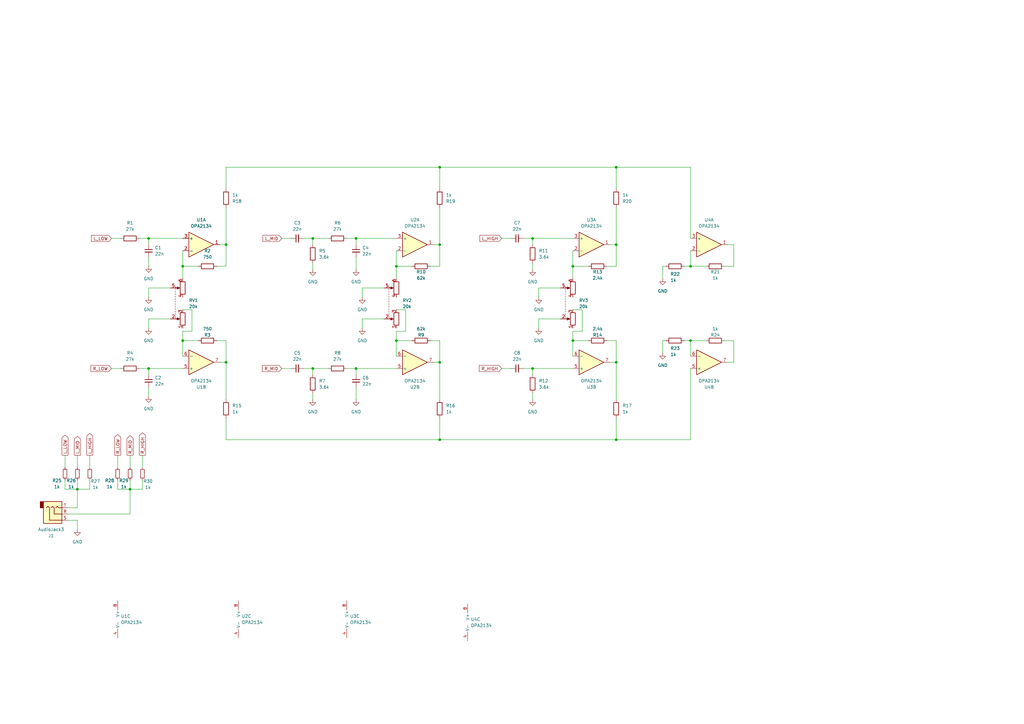
<source format=kicad_sch>
(kicad_sch (version 20231120) (generator "eeschema") (generator_version "8.0")
  (paper "A3")
  (lib_symbols
    (symbol "Amplifier_Operational:OPA2134" (pin_names (offset 0.127))
      (property "Reference" "U" (at 0 5.08 0))
      (property "Value" "OPA2134" (at 0 -5.08 0))
      (symbol "OPA2134_1_1"
        (polyline (pts (xy -5.08 5.08) (xy 5.08 0) (xy -5.08 -5.08) (xy -5.08 5.08)) (stroke (width 0.254)) (fill (type background)))
        (pin output line (at 7.62 0 180) (length 2.54) (name "~") (number "1"))
        (pin input line (at -7.62 -2.54 0) (length 2.54) (name "-") (number "2"))
        (pin input line (at -7.62 2.54 0) (length 2.54) (name "+") (number "3"))
      )
      (symbol "OPA2134_2_1"
        (polyline (pts (xy -5.08 5.08) (xy 5.08 0) (xy -5.08 -5.08) (xy -5.08 5.08)) (stroke (width 0.254)) (fill (type background)))
        (pin input line (at -7.62 2.54 0) (length 2.54) (name "+") (number "5"))
        (pin input line (at -7.62 -2.54 0) (length 2.54) (name "-") (number "6"))
        (pin output line (at 7.62 0 180) (length 2.54) (name "~") (number "7"))
      )
      (symbol "OPA2134_3_1"
        (pin power_in line (at -2.54 -7.62 90) (length 3.81) (name "V-") (number "4"))
        (pin power_in line (at -2.54 7.62 270) (length 3.81) (name "V+") (number "8"))
      )
    )
    (symbol "Connector_Audio:AudioJack3"
      (property "Reference" "J" (at 0 8.89 0))
      (property "Value" "AudioJack3" (at 0 6.35 0))
      (symbol "AudioJack3_0_1"
        (rectangle (start -5.08 -5.08) (end -6.35 -2.54) (stroke (width 0.254)) (fill (type outline)))
        (polyline (pts (xy 0 -2.54) (xy 0.635 -3.175) (xy 1.27 -2.54) (xy 2.54 -2.54)) (stroke (width 0.254)))
        (polyline (pts (xy -1.905 -2.54) (xy -1.27 -3.175) (xy -0.635 -2.54) (xy -0.635 0) (xy 2.54 0)) (stroke (width 0.254)))
        (polyline (pts (xy 2.54 2.54) (xy -2.54 2.54) (xy -2.54 -2.54) (xy -3.175 -3.175) (xy -3.81 -2.54)) (stroke (width 0.254)))
        (rectangle (start 2.54 3.81) (end -5.08 -5.08) (stroke (width 0.254)) (fill (type background)))
      )
      (symbol "AudioJack3_1_1"
        (pin passive line (at 5.08 0 180) (length 2.54) (name "~") (number "R"))
        (pin passive line (at 5.08 2.54 180) (length 2.54) (name "~") (number "S"))
        (pin passive line (at 5.08 -2.54 180) (length 2.54) (name "~") (number "T"))
      )
    )
    (symbol "Device:C_Small" (pin_numbers hide) (pin_names (offset 0.254) hide)
      (property "Reference" "C" (at 0.254 1.778 0))
      (property "Value" "C_Small" (at 0.254 -2.032 0))
      (symbol "C_Small_0_1"
        (polyline (pts (xy -1.524 -0.508) (xy 1.524 -0.508)) (stroke (width 0.3302)))
        (polyline (pts (xy -1.524 0.508) (xy 1.524 0.508)) (stroke (width 0.3048)))
      )
      (symbol "C_Small_1_1"
        (pin passive line (at 0 2.54 270) (length 2.032) (name "~") (number "1"))
        (pin passive line (at 0 -2.54 90) (length 2.032) (name "~") (number "2"))
      )
    )
    (symbol "Device:R" (pin_numbers hide) (pin_names (offset 0))
      (property "Reference" "R" (at 2.032 0 90))
      (property "Value" "R" (at 0 0 90))
      (symbol "R_0_1"
        (rectangle (start -1.016 -2.54) (end 1.016 2.54) (stroke (width 0.254)))
      )
      (symbol "R_1_1"
        (pin passive line (at 0 3.81 270) (length 1.27) (name "~") (number "1"))
        (pin passive line (at 0 -3.81 90) (length 1.27) (name "~") (number "2"))
      )
    )
    (symbol "Device:R_Potentiometer_Dual" (pin_names (offset 1.016) hide)
      (property "Reference" "RV" (at 0 3.81 0))
      (property "Value" "R_Potentiometer_Dual" (at 0 1.905 0))
      (symbol "R_Potentiometer_Dual_0_1"
        (rectangle (start -8.89 -1.524) (end -3.81 -3.556) (stroke (width 0.254)))
        (polyline (pts (xy -6.35 0) (xy -6.35 -1.016)))
        (polyline (pts (xy -6.35 0) (xy -6.35 -1.016)))
        (polyline (pts (xy -6.35 0) (xy -5.842 0.508)))
        (polyline (pts (xy -5.588 0.508) (xy -5.08 0.508)))
        (polyline (pts (xy -4.572 0.508) (xy -4.064 0.508)))
        (polyline (pts (xy -3.556 0.508) (xy -3.048 0.508)))
        (polyline (pts (xy -2.54 0.508) (xy -2.032 0.508)))
        (polyline (pts (xy -1.524 0.508) (xy -1.016 0.508)))
        (polyline (pts (xy -0.508 0.508) (xy 0 0.508)))
        (polyline (pts (xy 0.508 0.508) (xy 1.016 0.508)))
        (polyline (pts (xy 1.524 0.508) (xy 2.032 0.508)))
        (polyline (pts (xy 2.54 0.508) (xy 3.048 0.508)))
        (polyline (pts (xy 3.556 0.508) (xy 4.064 0.508)))
        (polyline (pts (xy 4.572 0.508) (xy 5.08 0.508)))
        (polyline (pts (xy 5.588 0.508) (xy 6.096 0.508)))
        (polyline (pts (xy 6.35 0) (xy 6.35 -1.016)))
        (polyline (pts (xy 6.35 0) (xy 6.35 -1.016)))
        (polyline (pts (xy 6.604 0.508) (xy 6.858 0.508) (xy 6.35 0)))
        (polyline (pts (xy -6.35 -1.397) (xy -6.858 -0.254) (xy -5.842 -0.254) (xy -6.35 -1.397)) (fill (type outline)))
        (polyline (pts (xy 6.35 -1.397) (xy 5.842 -0.254) (xy 6.858 -0.254) (xy 6.35 -1.397)) (fill (type outline)))
        (rectangle (start 3.81 -1.524) (end 8.89 -3.556) (stroke (width 0.254)))
      )
      (symbol "R_Potentiometer_Dual_1_1"
        (pin passive line (at -10.16 -2.54 0) (length 1.27) (name "1") (number "1"))
        (pin passive line (at -6.35 2.54 270) (length 2.54) (name "2") (number "2"))
        (pin passive line (at -2.54 -2.54 180) (length 1.27) (name "3") (number "3"))
        (pin passive line (at 2.54 -2.54 0) (length 1.27) (name "4") (number "4"))
        (pin passive line (at 6.35 2.54 270) (length 2.54) (name "5") (number "5"))
        (pin passive line (at 10.16 -2.54 180) (length 1.27) (name "6") (number "6"))
      )
    )
    (symbol "Device:R_Small" (pin_numbers hide) (pin_names (offset 0.254) hide)
      (property "Reference" "R" (at 0.762 0.508 0))
      (property "Value" "R_Small" (at 0.762 -1.016 0))
      (symbol "R_Small_0_1"
        (rectangle (start -0.762 1.778) (end 0.762 -1.778) (stroke (width 0.2032)))
      )
      (symbol "R_Small_1_1"
        (pin passive line (at 0 2.54 270) (length 0.762) (name "~") (number "1"))
        (pin passive line (at 0 -2.54 90) (length 0.762) (name "~") (number "2"))
      )
    )
    (symbol "power:GND" (power) (pin_numbers hide) (pin_names (offset 0) hide)
      (property "Value" "GND" (at 0 -3.81 0))
      (symbol "GND_0_1"
        (polyline (pts (xy 0 0) (xy 0 -1.27) (xy 1.27 -1.27) (xy 0 -2.54) (xy -1.27 -1.27) (xy 0 -1.27)))
      )
      (symbol "GND_1_1"
        (pin power_in line (at 0 0 270) (length 0) (name "~") (number "1"))
      )
    )
  )
  (junction (at 218.44 97.79))
  (junction (at 252.73 180.34))
  (junction (at 252.73 68.58))
  (junction (at 162.56 139.7))
  (junction (at 180.34 68.58))
  (junction (at 234.95 139.7))
  (junction (at 53.34 200.66))
  (junction (at 146.05 97.79))
  (junction (at 283.21 139.7))
  (junction (at 283.21 109.22))
  (junction (at 92.71 148.59))
  (junction (at 218.44 151.13))
  (junction (at 74.93 139.7))
  (junction (at 128.27 97.79))
  (junction (at 180.34 180.34))
  (junction (at 60.96 151.13))
  (junction (at 74.93 109.22))
  (junction (at 234.95 109.22))
  (junction (at 92.71 100.33))
  (junction (at 180.34 148.59))
  (junction (at 162.56 109.22))
  (junction (at 146.05 151.13))
  (junction (at 180.34 100.33))
  (junction (at 128.27 151.13))
  (junction (at 60.96 97.79))
  (junction (at 31.75 200.66))
  (junction (at 252.73 148.59))
  (junction (at 252.73 100.33))
  (wire (pts (xy 142.24 97.79) (xy 146.05 97.79)))
  (wire (pts (xy 148.59 118.11) (xy 148.59 121.92)))
  (wire (pts (xy 69.85 118.11) (xy 60.96 118.11)))
  (wire (pts (xy 92.71 68.58) (xy 180.34 68.58)))
  (wire (pts (xy 162.56 135.89) (xy 166.37 135.89)))
  (wire (pts (xy 234.95 139.7) (xy 234.95 135.89)))
  (wire (pts (xy 92.71 148.59) (xy 92.71 163.83)))
  (wire (pts (xy 298.45 148.59) (xy 300.99 148.59)))
  (wire (pts (xy 180.34 109.22) (xy 180.34 100.33)))
  (wire (pts (xy 271.78 114.3) (xy 271.78 109.22)))
  (wire (pts (xy 53.34 200.66) (xy 53.34 196.85)))
  (wire (pts (xy 31.75 186.69) (xy 31.75 191.77)))
  (wire (pts (xy 27.94 208.28) (xy 31.75 208.28)))
  (wire (pts (xy 128.27 151.13) (xy 134.62 151.13)))
  (wire (pts (xy 234.95 139.7) (xy 234.95 146.05)))
  (wire (pts (xy 280.67 109.22) (xy 283.21 109.22)))
  (wire (pts (xy 74.93 114.3) (xy 74.93 109.22)))
  (wire (pts (xy 74.93 135.89) (xy 78.74 135.89)))
  (wire (pts (xy 78.74 127) (xy 74.93 127)))
  (wire (pts (xy 146.05 163.83) (xy 146.05 158.75)))
  (wire (pts (xy 234.95 135.89) (xy 238.76 135.89)))
  (wire (pts (xy 168.91 109.22) (xy 162.56 109.22)))
  (wire (pts (xy 180.34 180.34) (xy 252.73 180.34)))
  (wire (pts (xy 176.53 139.7) (xy 180.34 139.7)))
  (wire (pts (xy 289.56 109.22) (xy 283.21 109.22)))
  (wire (pts (xy 124.46 151.13) (xy 128.27 151.13)))
  (wire (pts (xy 252.73 77.47) (xy 252.73 68.58)))
  (wire (pts (xy 26.67 200.66) (xy 31.75 200.66)))
  (wire (pts (xy 148.59 130.81) (xy 148.59 134.62)))
  (wire (pts (xy 166.37 127) (xy 162.56 127)))
  (wire (pts (xy 81.28 139.7) (xy 74.93 139.7)))
  (wire (pts (xy 45.72 151.13) (xy 49.53 151.13)))
  (wire (pts (xy 248.92 109.22) (xy 252.73 109.22)))
  (wire (pts (xy 218.44 151.13) (xy 218.44 153.67)))
  (wire (pts (xy 283.21 109.22) (xy 283.21 102.87)))
  (wire (pts (xy 214.63 97.79) (xy 218.44 97.79)))
  (wire (pts (xy 218.44 97.79) (xy 234.95 97.79)))
  (wire (pts (xy 146.05 100.33) (xy 146.05 97.79)))
  (wire (pts (xy 297.18 109.22) (xy 300.99 109.22)))
  (wire (pts (xy 241.3 139.7) (xy 234.95 139.7)))
  (wire (pts (xy 297.18 139.7) (xy 300.99 139.7)))
  (wire (pts (xy 53.34 186.69) (xy 53.34 191.77)))
  (wire (pts (xy 280.67 139.7) (xy 283.21 139.7)))
  (wire (pts (xy 74.93 102.87) (xy 74.93 109.22)))
  (wire (pts (xy 248.92 139.7) (xy 252.73 139.7)))
  (wire (pts (xy 162.56 109.22) (xy 162.56 102.87)))
  (wire (pts (xy 218.44 151.13) (xy 234.95 151.13)))
  (wire (pts (xy 92.71 100.33) (xy 92.71 85.09)))
  (wire (pts (xy 26.67 200.66) (xy 26.67 196.85)))
  (wire (pts (xy 74.93 109.22) (xy 81.28 109.22)))
  (wire (pts (xy 176.53 109.22) (xy 180.34 109.22)))
  (wire (pts (xy 48.26 186.69) (xy 48.26 191.77)))
  (wire (pts (xy 229.87 118.11) (xy 220.98 118.11)))
  (wire (pts (xy 146.05 97.79) (xy 162.56 97.79)))
  (wire (pts (xy 238.76 127) (xy 234.95 127)))
  (wire (pts (xy 60.96 153.67) (xy 60.96 151.13)))
  (wire (pts (xy 238.76 135.89) (xy 238.76 127)))
  (wire (pts (xy 252.73 148.59) (xy 250.19 148.59)))
  (wire (pts (xy 180.34 77.47) (xy 180.34 68.58)))
  (wire (pts (xy 74.93 139.7) (xy 74.93 135.89)))
  (wire (pts (xy 252.73 148.59) (xy 252.73 163.83)))
  (wire (pts (xy 45.72 97.79) (xy 49.53 97.79)))
  (wire (pts (xy 57.15 151.13) (xy 60.96 151.13)))
  (wire (pts (xy 60.96 118.11) (xy 60.96 121.92)))
  (wire (pts (xy 124.46 97.79) (xy 128.27 97.79)))
  (wire (pts (xy 252.73 68.58) (xy 283.21 68.58)))
  (wire (pts (xy 252.73 109.22) (xy 252.73 100.33)))
  (wire (pts (xy 218.44 163.83) (xy 218.44 161.29)))
  (wire (pts (xy 60.96 130.81) (xy 60.96 134.62)))
  (wire (pts (xy 128.27 97.79) (xy 134.62 97.79)))
  (wire (pts (xy 26.67 186.69) (xy 26.67 191.77)))
  (wire (pts (xy 115.57 151.13) (xy 119.38 151.13)))
  (wire (pts (xy 146.05 153.67) (xy 146.05 151.13)))
  (wire (pts (xy 31.75 213.36) (xy 31.75 217.17)))
  (wire (pts (xy 234.95 109.22) (xy 234.95 102.87)))
  (wire (pts (xy 218.44 110.49) (xy 218.44 107.95)))
  (wire (pts (xy 252.73 171.45) (xy 252.73 180.34)))
  (wire (pts (xy 180.34 148.59) (xy 180.34 163.83)))
  (wire (pts (xy 300.99 109.22) (xy 300.99 100.33)))
  (wire (pts (xy 27.94 213.36) (xy 31.75 213.36)))
  (wire (pts (xy 92.71 139.7) (xy 92.71 148.59)))
  (wire (pts (xy 180.34 100.33) (xy 180.34 85.09)))
  (wire (pts (xy 180.34 171.45) (xy 180.34 180.34)))
  (wire (pts (xy 162.56 139.7) (xy 162.56 146.05)))
  (wire (pts (xy 271.78 144.78) (xy 271.78 139.7)))
  (wire (pts (xy 58.42 200.66) (xy 58.42 196.85)))
  (wire (pts (xy 31.75 200.66) (xy 36.83 200.66)))
  (wire (pts (xy 283.21 68.58) (xy 283.21 97.79)))
  (wire (pts (xy 252.73 100.33) (xy 250.19 100.33)))
  (wire (pts (xy 214.63 151.13) (xy 218.44 151.13)))
  (wire (pts (xy 88.9 139.7) (xy 92.71 139.7)))
  (wire (pts (xy 60.96 162.56) (xy 60.96 158.75)))
  (wire (pts (xy 205.74 97.79) (xy 209.55 97.79)))
  (wire (pts (xy 31.75 200.66) (xy 31.75 196.85)))
  (wire (pts (xy 128.27 151.13) (xy 128.27 153.67)))
  (wire (pts (xy 180.34 148.59) (xy 177.8 148.59)))
  (wire (pts (xy 92.71 100.33) (xy 90.17 100.33)))
  (wire (pts (xy 88.9 109.22) (xy 92.71 109.22)))
  (wire (pts (xy 60.96 151.13) (xy 74.93 151.13)))
  (wire (pts (xy 60.96 100.33) (xy 60.96 97.79)))
  (wire (pts (xy 241.3 109.22) (xy 234.95 109.22)))
  (wire (pts (xy 252.73 139.7) (xy 252.73 148.59)))
  (wire (pts (xy 74.93 139.7) (xy 74.93 146.05)))
  (wire (pts (xy 166.37 135.89) (xy 166.37 127)))
  (wire (pts (xy 128.27 163.83) (xy 128.27 161.29)))
  (wire (pts (xy 53.34 200.66) (xy 53.34 210.82)))
  (wire (pts (xy 58.42 186.69) (xy 58.42 191.77)))
  (wire (pts (xy 31.75 200.66) (xy 31.75 208.28)))
  (wire (pts (xy 205.74 151.13) (xy 209.55 151.13)))
  (wire (pts (xy 298.45 100.33) (xy 300.99 100.33)))
  (wire (pts (xy 252.73 100.33) (xy 252.73 85.09)))
  (wire (pts (xy 180.34 100.33) (xy 177.8 100.33)))
  (wire (pts (xy 57.15 97.79) (xy 60.96 97.79)))
  (wire (pts (xy 283.21 139.7) (xy 283.21 146.05)))
  (wire (pts (xy 142.24 151.13) (xy 146.05 151.13)))
  (wire (pts (xy 36.83 186.69) (xy 36.83 191.77)))
  (wire (pts (xy 229.87 130.81) (xy 220.98 130.81)))
  (wire (pts (xy 48.26 200.66) (xy 48.26 196.85)))
  (wire (pts (xy 128.27 97.79) (xy 128.27 100.33)))
  (wire (pts (xy 92.71 180.34) (xy 180.34 180.34)))
  (wire (pts (xy 53.34 210.82) (xy 27.94 210.82)))
  (wire (pts (xy 92.71 77.47) (xy 92.71 68.58)))
  (wire (pts (xy 180.34 68.58) (xy 252.73 68.58)))
  (wire (pts (xy 69.85 130.81) (xy 60.96 130.81)))
  (wire (pts (xy 53.34 200.66) (xy 58.42 200.66)))
  (wire (pts (xy 271.78 139.7) (xy 273.05 139.7)))
  (wire (pts (xy 146.05 110.49) (xy 146.05 105.41)))
  (wire (pts (xy 115.57 97.79) (xy 119.38 97.79)))
  (wire (pts (xy 283.21 180.34) (xy 283.21 151.13)))
  (wire (pts (xy 157.48 130.81) (xy 148.59 130.81)))
  (wire (pts (xy 92.71 171.45) (xy 92.71 180.34)))
  (wire (pts (xy 78.74 135.89) (xy 78.74 127)))
  (wire (pts (xy 271.78 109.22) (xy 273.05 109.22)))
  (wire (pts (xy 36.83 200.66) (xy 36.83 196.85)))
  (wire (pts (xy 60.96 97.79) (xy 74.93 97.79)))
  (wire (pts (xy 92.71 148.59) (xy 90.17 148.59)))
  (wire (pts (xy 60.96 109.22) (xy 60.96 105.41)))
  (wire (pts (xy 180.34 139.7) (xy 180.34 148.59)))
  (wire (pts (xy 92.71 109.22) (xy 92.71 100.33)))
  (wire (pts (xy 168.91 139.7) (xy 162.56 139.7)))
  (wire (pts (xy 234.95 114.3) (xy 234.95 109.22)))
  (wire (pts (xy 146.05 151.13) (xy 162.56 151.13)))
  (wire (pts (xy 157.48 118.11) (xy 148.59 118.11)))
  (wire (pts (xy 252.73 180.34) (xy 283.21 180.34)))
  (wire (pts (xy 128.27 110.49) (xy 128.27 107.95)))
  (wire (pts (xy 220.98 130.81) (xy 220.98 134.62)))
  (wire (pts (xy 162.56 114.3) (xy 162.56 109.22)))
  (wire (pts (xy 300.99 139.7) (xy 300.99 148.59)))
  (wire (pts (xy 220.98 118.11) (xy 220.98 121.92)))
  (wire (pts (xy 218.44 97.79) (xy 218.44 100.33)))
  (wire (pts (xy 162.56 139.7) (xy 162.56 135.89)))
  (wire (pts (xy 48.26 200.66) (xy 53.34 200.66)))
  (wire (pts (xy 289.56 139.7) (xy 283.21 139.7)))
  (global_label "R_LOW" (shape input) (at 45.72 151.13 180) (property "Intersheetrefs" "${INTERSHEET_REFS}" (effects (hide yes))))
  (global_label "L_LOW" (shape output) (at 26.67 186.69 90) (property "Intersheetrefs" "${INTERSHEET_REFS}" (effects (hide yes))))
  (global_label "L_HIGH" (shape input) (at 205.74 97.79 180) (property "Intersheetrefs" "${INTERSHEET_REFS}" (effects (hide yes))))
  (global_label "L_HIGH" (shape output) (at 36.83 186.69 90) (property "Intersheetrefs" "${INTERSHEET_REFS}" (effects (hide yes))))
  (global_label "R_LOW" (shape output) (at 48.26 186.69 90) (property "Intersheetrefs" "${INTERSHEET_REFS}" (effects (hide yes))))
  (global_label "R_HIGH" (shape input) (at 205.74 151.13 180) (property "Intersheetrefs" "${INTERSHEET_REFS}" (effects (hide yes))))
  (global_label "L_LOW" (shape input) (at 45.72 97.79 180) (property "Intersheetrefs" "${INTERSHEET_REFS}" (effects (hide yes))))
  (global_label "L_MID" (shape output) (at 31.75 186.69 90) (property "Intersheetrefs" "${INTERSHEET_REFS}" (effects (hide yes))))
  (global_label "R_MID" (shape input) (at 115.57 151.13 180) (property "Intersheetrefs" "${INTERSHEET_REFS}" (effects (hide yes))))
  (global_label "L_MID" (shape input) (at 115.57 97.79 180) (property "Intersheetrefs" "${INTERSHEET_REFS}" (effects (hide yes))))
  (global_label "R_HIGH" (shape output) (at 58.42 186.69 90) (property "Intersheetrefs" "${INTERSHEET_REFS}" (effects (hide yes))))
  (global_label "R_MID" (shape output) (at 53.34 186.69 90) (property "Intersheetrefs" "${INTERSHEET_REFS}" (effects (hide yes))))
  (symbol (lib_id "Device:R") (at 180.34 81.28 0) (mirror y) (unit 1)
    (property "Reference" "R19" (at 182.88 82.5501 0) (effects (justify right)))
    (property "Value" "1k" (at 182.88 80.0101 0) (effects (justify right)))
    (property "Description" "Resistor" (effects (hide yes)))
  )
  (symbol (lib_id "Device:R_Potentiometer_Dual") (at 72.39 124.46 90) (unit 1)
    (property "Reference" "RV1" (at 77.47 123.1899 90) (effects (justify right)))
    (property "Value" "20k" (at 77.47 125.7299 90) (effects (justify right)))
    (property "Description" "Dual potentiometer" (effects (hide yes)))
  )
  (symbol (lib_id "Device:C_Small") (at 146.05 102.87 0) (unit 1)
    (property "Reference" "C4" (at 148.59 101.6062 0) (effects (justify left)))
    (property "Value" "22n" (at 148.59 104.1462 0) (effects (justify left)))
    (property "Description" "Unpolarized capacitor, small symbol" (effects (hide yes)))
  )
  (symbol (lib_id "Device:C_Small") (at 212.09 151.13 90) (unit 1)
    (property "Reference" "C8" (at 212.0963 144.78 90))
    (property "Value" "22n" (at 212.0963 147.32 90))
    (property "Description" "Unpolarized capacitor, small symbol" (effects (hide yes)))
  )
  (symbol (lib_id "Device:R") (at 128.27 104.14 180) (unit 1)
    (property "Reference" "R5" (at 130.81 102.8699 0) (effects (justify right)))
    (property "Value" "3.6k" (at 130.81 105.4099 0) (effects (justify right)))
    (property "Description" "Resistor" (effects (hide yes)))
  )
  (symbol (lib_id "Device:R") (at 128.27 157.48 180) (unit 1)
    (property "Reference" "R7" (at 130.81 156.2099 0) (effects (justify right)))
    (property "Value" "3.6k" (at 130.81 158.7499 0) (effects (justify right)))
    (property "Description" "Resistor" (effects (hide yes)))
  )
  (symbol (lib_id "Device:R") (at 245.11 109.22 90) (unit 1)
    (property "Reference" "R13" (at 245.11 111.506 90))
    (property "Value" "2.4k" (at 245.11 114.046 90))
    (property "Description" "Resistor" (effects (hide yes)))
  )
  (symbol (lib_id "power:GND") (at 220.98 134.62 0) (unit 1)
    (property "Reference" "#PWR014" (effects (hide yes)))
    (property "Value" "GND" (at 220.98 139.7 0))
    (property "Description" "Power symbol creates a global label with name \"GND\" , ground" (effects (hide yes)))
  )
  (symbol (lib_id "power:GND") (at 146.05 163.83 0) (unit 1)
    (property "Reference" "#PWR08" (effects (hide yes)))
    (property "Value" "GND" (at 146.05 168.91 0))
    (property "Description" "Power symbol creates a global label with name \"GND\" , ground" (effects (hide yes)))
  )
  (symbol (lib_id "power:GND") (at 148.59 121.92 0) (unit 1)
    (property "Reference" "#PWR09" (effects (hide yes)))
    (property "Value" "GND" (at 148.59 127 0))
    (property "Description" "Power symbol creates a global label with name \"GND\" , ground" (effects (hide yes)))
  )
  (symbol (lib_id "Device:R_Potentiometer_Dual") (at 160.02 124.46 90) (unit 1)
    (property "Reference" "RV2" (at 165.1 123.1899 90) (effects (justify right)))
    (property "Value" "20k" (at 165.1 125.7299 90) (effects (justify right)))
    (property "Description" "Dual potentiometer" (effects (hide yes)))
  )
  (symbol (lib_id "Amplifier_Operational:OPA2134") (at 82.55 148.59 0) (mirror x) (unit 2)
    (property "Reference" "U1" (at 82.55 158.75 0))
    (property "Value" "OPA2134" (at 82.55 156.21 0))
    (property "Datasheet" "http://www.ti.com/lit/ds/symlink/opa134.pdf" (effects (hide yes)))
    (property "Description" "Dual SoundPlus High Performance Audio Operational Amplifiers, DIP-8/SOIC-8" (effects (hide yes)))
  )
  (symbol (lib_id "Device:R") (at 85.09 139.7 90) (mirror x) (unit 1)
    (property "Reference" "R3" (at 85.09 137.414 90))
    (property "Value" "750" (at 85.09 134.874 90))
    (property "Description" "Resistor" (effects (hide yes)))
  )
  (symbol (lib_id "power:GND") (at 146.05 110.49 0) (unit 1)
    (property "Reference" "#PWR06" (effects (hide yes)))
    (property "Value" "GND" (at 146.05 115.57 0))
    (property "Description" "Power symbol creates a global label with name \"GND\" , ground" (effects (hide yes)))
  )
  (symbol (lib_id "Device:R_Small") (at 58.42 194.31 180) (unit 1)
    (property "Reference" "R30" (at 60.706 197.358 0))
    (property "Value" "1k" (at 60.706 199.898 0))
    (property "Description" "Resistor, small symbol" (effects (hide yes)))
  )
  (symbol (lib_id "Device:R") (at 53.34 151.13 90) (unit 1)
    (property "Reference" "R4" (at 53.34 144.78 90))
    (property "Value" "27k" (at 53.34 147.32 90))
    (property "Description" "Resistor" (effects (hide yes)))
  )
  (symbol (lib_id "Device:C_Small") (at 60.96 156.21 0) (unit 1)
    (property "Reference" "C2" (at 63.5 154.9462 0) (effects (justify left)))
    (property "Value" "22n" (at 63.5 157.4862 0) (effects (justify left)))
    (property "Description" "Unpolarized capacitor, small symbol" (effects (hide yes)))
  )
  (symbol (lib_id "Device:R") (at 276.86 109.22 90) (unit 1)
    (property "Reference" "R22" (at 274.955 112.3949 90) (effects (justify right)))
    (property "Value" "1k" (at 274.955 114.9349 90) (effects (justify right)))
    (property "Description" "Resistor" (effects (hide yes)))
  )
  (symbol (lib_id "Device:R") (at 276.86 139.7 90) (unit 1)
    (property "Reference" "R23" (at 274.955 142.8749 90) (effects (justify right)))
    (property "Value" "1k" (at 274.955 145.4149 90) (effects (justify right)))
    (property "Description" "Resistor" (effects (hide yes)))
  )
  (symbol (lib_id "Device:R_Small") (at 53.34 194.31 180) (unit 1)
    (property "Reference" "R29" (at 50.8 197.104 0))
    (property "Value" "1k" (at 50.8 199.644 0))
    (property "Description" "Resistor, small symbol" (effects (hide yes)))
  )
  (symbol (lib_id "Device:R") (at 245.11 139.7 90) (mirror x) (unit 1)
    (property "Reference" "R14" (at 245.11 137.414 90))
    (property "Value" "2.4k" (at 245.11 134.874 90))
    (property "Description" "Resistor" (effects (hide yes)))
  )
  (symbol (lib_id "Amplifier_Operational:OPA2134") (at 290.83 100.33 0) (unit 1)
    (property "Reference" "U4" (at 290.83 90.17 0))
    (property "Value" "OPA2134" (at 290.83 92.71 0))
    (property "Datasheet" "http://www.ti.com/lit/ds/symlink/opa134.pdf" (effects (hide yes)))
    (property "Description" "Dual SoundPlus High Performance Audio Operational Amplifiers, DIP-8/SOIC-8" (effects (hide yes)))
  )
  (symbol (lib_id "Amplifier_Operational:OPA2134") (at 144.78 254 0) (unit 3)
    (property "Reference" "U3" (at 143.51 252.7299 0) (effects (justify left)))
    (property "Value" "OPA2134" (at 143.51 255.2699 0) (effects (justify left)))
    (property "Datasheet" "http://www.ti.com/lit/ds/symlink/opa134.pdf" (effects (hide yes)))
    (property "Description" "Dual SoundPlus High Performance Audio Operational Amplifiers, DIP-8/SOIC-8" (effects (hide yes)))
  )
  (symbol (lib_id "power:GND") (at 60.96 162.56 0) (unit 1)
    (property "Reference" "#PWR04" (effects (hide yes)))
    (property "Value" "GND" (at 60.96 167.64 0))
    (property "Description" "Power symbol creates a global label with name \"GND\" , ground" (effects (hide yes)))
  )
  (symbol (lib_id "Device:R") (at 252.73 167.64 180) (unit 1)
    (property "Reference" "R17" (at 255.27 166.3699 0) (effects (justify right)))
    (property "Value" "1k" (at 255.27 168.9099 0) (effects (justify right)))
    (property "Description" "Resistor" (effects (hide yes)))
  )
  (symbol (lib_id "Device:C_Small") (at 121.92 151.13 90) (unit 1)
    (property "Reference" "C5" (at 121.9263 144.78 90))
    (property "Value" "22n" (at 121.9263 147.32 90))
    (property "Description" "Unpolarized capacitor, small symbol" (effects (hide yes)))
  )
  (symbol (lib_id "Device:R_Small") (at 36.83 194.31 180) (unit 1)
    (property "Reference" "R27" (at 39.116 197.358 0))
    (property "Value" "1k" (at 39.116 199.898 0))
    (property "Description" "Resistor, small symbol" (effects (hide yes)))
  )
  (symbol (lib_id "Amplifier_Operational:OPA2134") (at 82.55 100.33 0) (unit 1)
    (property "Reference" "U1" (at 82.55 90.17 0))
    (property "Value" "OPA2134" (at 82.55 92.71 0))
    (property "Datasheet" "http://www.ti.com/lit/ds/symlink/opa134.pdf" (effects (hide yes)))
    (property "Description" "Dual SoundPlus High Performance Audio Operational Amplifiers, DIP-8/SOIC-8" (effects (hide yes)))
  )
  (symbol (lib_id "power:GND") (at 220.98 121.92 0) (unit 1)
    (property "Reference" "#PWR013" (effects (hide yes)))
    (property "Value" "GND" (at 220.98 127 0))
    (property "Description" "Power symbol creates a global label with name \"GND\" , ground" (effects (hide yes)))
  )
  (symbol (lib_id "power:GND") (at 128.27 110.49 0) (unit 1)
    (property "Reference" "#PWR05" (effects (hide yes)))
    (property "Value" "GND" (at 128.27 115.57 0))
    (property "Description" "Power symbol creates a global label with name \"GND\" , ground" (effects (hide yes)))
  )
  (symbol (lib_id "Amplifier_Operational:OPA2134") (at 170.18 100.33 0) (unit 1)
    (property "Reference" "U2" (at 170.18 90.17 0))
    (property "Value" "OPA2134" (at 170.18 92.71 0))
    (property "Datasheet" "http://www.ti.com/lit/ds/symlink/opa134.pdf" (effects (hide yes)))
    (property "Description" "Dual SoundPlus High Performance Audio Operational Amplifiers, DIP-8/SOIC-8" (effects (hide yes)))
  )
  (symbol (lib_id "power:GND") (at 31.75 217.17 0) (unit 1)
    (property "Reference" "#PWR017" (effects (hide yes)))
    (property "Value" "GND" (at 31.75 222.25 0))
    (property "Description" "Power symbol creates a global label with name \"GND\" , ground" (effects (hide yes)))
  )
  (symbol (lib_id "Device:R_Small") (at 26.67 194.31 180) (unit 1)
    (property "Reference" "R25" (at 23.368 197.104 0))
    (property "Value" "1k" (at 23.368 199.644 0))
    (property "Description" "Resistor, small symbol" (effects (hide yes)))
  )
  (symbol (lib_id "Device:C_Small") (at 121.92 97.79 90) (unit 1)
    (property "Reference" "C3" (at 121.9263 91.44 90))
    (property "Value" "22n" (at 121.9263 93.98 90))
    (property "Description" "Unpolarized capacitor, small symbol" (effects (hide yes)))
  )
  (symbol (lib_id "Device:R") (at 138.43 97.79 90) (unit 1)
    (property "Reference" "R6" (at 138.43 91.44 90))
    (property "Value" "27k" (at 138.43 93.98 90))
    (property "Description" "Resistor" (effects (hide yes)))
  )
  (symbol (lib_id "power:GND") (at 271.78 114.3 0) (unit 1)
    (property "Reference" "#PWR015" (effects (hide yes)))
    (property "Value" "GND" (at 271.78 119.38 0))
    (property "Description" "Power symbol creates a global label with name \"GND\" , ground" (effects (hide yes)))
  )
  (symbol (lib_id "Device:R") (at 252.73 81.28 0) (mirror y) (unit 1)
    (property "Reference" "R20" (at 255.27 82.5501 0) (effects (justify right)))
    (property "Value" "1k" (at 255.27 80.0101 0) (effects (justify right)))
    (property "Description" "Resistor" (effects (hide yes)))
  )
  (symbol (lib_id "Device:C_Small") (at 60.96 102.87 0) (unit 1)
    (property "Reference" "C1" (at 63.5 101.6062 0) (effects (justify left)))
    (property "Value" "22n" (at 63.5 104.1462 0) (effects (justify left)))
    (property "Description" "Unpolarized capacitor, small symbol" (effects (hide yes)))
  )
  (symbol (lib_id "Device:R_Potentiometer_Dual") (at 232.41 124.46 90) (unit 1)
    (property "Reference" "RV3" (at 237.49 123.1899 90) (effects (justify right)))
    (property "Value" "20k" (at 237.49 125.7299 90) (effects (justify right)))
    (property "Description" "Dual potentiometer" (effects (hide yes)))
  )
  (symbol (lib_id "power:GND") (at 218.44 110.49 0) (unit 1)
    (property "Reference" "#PWR011" (effects (hide yes)))
    (property "Value" "GND" (at 218.44 115.57 0))
    (property "Description" "Power symbol creates a global label with name \"GND\" , ground" (effects (hide yes)))
  )
  (symbol (lib_id "Device:R") (at 293.37 139.7 90) (mirror x) (unit 1)
    (property "Reference" "R24" (at 293.37 137.414 90))
    (property "Value" "1k" (at 293.37 134.874 90))
    (property "Description" "Resistor" (effects (hide yes)))
  )
  (symbol (lib_id "Device:R") (at 92.71 167.64 180) (unit 1)
    (property "Reference" "R15" (at 95.25 166.3699 0) (effects (justify right)))
    (property "Value" "1k" (at 95.25 168.9099 0) (effects (justify right)))
    (property "Description" "Resistor" (effects (hide yes)))
  )
  (symbol (lib_id "power:GND") (at 218.44 163.83 0) (unit 1)
    (property "Reference" "#PWR012" (effects (hide yes)))
    (property "Value" "GND" (at 218.44 168.91 0))
    (property "Description" "Power symbol creates a global label with name \"GND\" , ground" (effects (hide yes)))
  )
  (symbol (lib_id "power:GND") (at 148.59 134.62 0) (unit 1)
    (property "Reference" "#PWR010" (effects (hide yes)))
    (property "Value" "GND" (at 148.59 139.7 0))
    (property "Description" "Power symbol creates a global label with name \"GND\" , ground" (effects (hide yes)))
  )
  (symbol (lib_id "Device:R") (at 172.72 109.22 90) (unit 1)
    (property "Reference" "R10" (at 172.72 111.506 90))
    (property "Value" "62k" (at 172.72 114.046 90))
    (property "Description" "Resistor" (effects (hide yes)))
  )
  (symbol (lib_id "Amplifier_Operational:OPA2134") (at 100.33 254 0) (unit 3)
    (property "Reference" "U2" (at 99.06 252.7299 0) (effects (justify left)))
    (property "Value" "OPA2134" (at 99.06 255.2699 0) (effects (justify left)))
    (property "Datasheet" "http://www.ti.com/lit/ds/symlink/opa134.pdf" (effects (hide yes)))
    (property "Description" "Dual SoundPlus High Performance Audio Operational Amplifiers, DIP-8/SOIC-8" (effects (hide yes)))
  )
  (symbol (lib_id "Device:R") (at 53.34 97.79 90) (unit 1)
    (property "Reference" "R1" (at 53.34 91.44 90))
    (property "Value" "27k" (at 53.34 93.98 90))
    (property "Description" "Resistor" (effects (hide yes)))
  )
  (symbol (lib_id "Device:C_Small") (at 212.09 97.79 90) (unit 1)
    (property "Reference" "C7" (at 212.0963 91.44 90))
    (property "Value" "22n" (at 212.0963 93.98 90))
    (property "Description" "Unpolarized capacitor, small symbol" (effects (hide yes)))
  )
  (symbol (lib_id "Device:C_Small") (at 146.05 156.21 0) (unit 1)
    (property "Reference" "C6" (at 148.59 154.9462 0) (effects (justify left)))
    (property "Value" "22n" (at 148.59 157.4862 0) (effects (justify left)))
    (property "Description" "Unpolarized capacitor, small symbol" (effects (hide yes)))
  )
  (symbol (lib_id "Device:R") (at 180.34 167.64 180) (unit 1)
    (property "Reference" "R16" (at 182.88 166.3699 0) (effects (justify right)))
    (property "Value" "1k" (at 182.88 168.9099 0) (effects (justify right)))
    (property "Description" "Resistor" (effects (hide yes)))
  )
  (symbol (lib_id "Device:R") (at 218.44 157.48 180) (unit 1)
    (property "Reference" "R12" (at 220.98 156.2099 0) (effects (justify right)))
    (property "Value" "3.6k" (at 220.98 158.7499 0) (effects (justify right)))
    (property "Description" "Resistor" (effects (hide yes)))
  )
  (symbol (lib_id "Connector_Audio:AudioJack3") (at 22.86 210.82 0) (mirror x) (unit 1)
    (property "Reference" "J1" (at 20.955 219.71 0))
    (property "Value" "AudioJack3" (at 20.955 217.17 0))
    (property "Description" "Audio Jack, 3 Poles (Stereo / TRS)" (effects (hide yes)))
  )
  (symbol (lib_id "Device:R") (at 293.37 109.22 90) (unit 1)
    (property "Reference" "R21" (at 293.37 111.506 90))
    (property "Value" "1k" (at 293.37 114.046 90))
    (property "Description" "Resistor" (effects (hide yes)))
  )
  (symbol (lib_id "Amplifier_Operational:OPA2134") (at 194.31 255.27 0) (unit 3)
    (property "Reference" "U4" (at 193.04 253.9999 0) (effects (justify left)))
    (property "Value" "OPA2134" (at 193.04 256.5399 0) (effects (justify left)))
    (property "Datasheet" "http://www.ti.com/lit/ds/symlink/opa134.pdf" (effects (hide yes)))
    (property "Description" "Dual SoundPlus High Performance Audio Operational Amplifiers, DIP-8/SOIC-8" (effects (hide yes)))
  )
  (symbol (lib_id "Device:R") (at 92.71 81.28 0) (mirror y) (unit 1)
    (property "Reference" "R18" (at 95.25 82.5501 0) (effects (justify right)))
    (property "Value" "1k" (at 95.25 80.0101 0) (effects (justify right)))
    (property "Description" "Resistor" (effects (hide yes)))
  )
  (symbol (lib_id "Device:R") (at 85.09 109.22 90) (unit 1)
    (property "Reference" "R2" (at 85.09 102.87 90))
    (property "Value" "750" (at 85.09 105.41 90))
    (property "Description" "Resistor" (effects (hide yes)))
  )
  (symbol (lib_id "Amplifier_Operational:OPA2134") (at 290.83 148.59 0) (mirror x) (unit 2)
    (property "Reference" "U4" (at 290.83 158.75 0))
    (property "Value" "OPA2134" (at 290.83 156.21 0))
    (property "Datasheet" "http://www.ti.com/lit/ds/symlink/opa134.pdf" (effects (hide yes)))
    (property "Description" "Dual SoundPlus High Performance Audio Operational Amplifiers, DIP-8/SOIC-8" (effects (hide yes)))
  )
  (symbol (lib_id "Device:R_Small") (at 48.26 194.31 180) (unit 1)
    (property "Reference" "R28" (at 44.958 197.104 0))
    (property "Value" "1k" (at 44.958 199.644 0))
    (property "Description" "Resistor, small symbol" (effects (hide yes)))
  )
  (symbol (lib_id "Device:R") (at 138.43 151.13 90) (unit 1)
    (property "Reference" "R8" (at 138.43 144.78 90))
    (property "Value" "27k" (at 138.43 147.32 90))
    (property "Description" "Resistor" (effects (hide yes)))
  )
  (symbol (lib_id "Amplifier_Operational:OPA2134") (at 170.18 148.59 0) (mirror x) (unit 2)
    (property "Reference" "U2" (at 170.18 158.75 0))
    (property "Value" "OPA2134" (at 170.18 156.21 0))
    (property "Datasheet" "http://www.ti.com/lit/ds/symlink/opa134.pdf" (effects (hide yes)))
    (property "Description" "Dual SoundPlus High Performance Audio Operational Amplifiers, DIP-8/SOIC-8" (effects (hide yes)))
  )
  (symbol (lib_id "Device:R_Small") (at 31.75 194.31 180) (unit 1)
    (property "Reference" "R26" (at 29.21 197.104 0))
    (property "Value" "1k" (at 29.21 199.644 0))
    (property "Description" "Resistor, small symbol" (effects (hide yes)))
  )
  (symbol (lib_id "Device:R") (at 172.72 139.7 90) (mirror x) (unit 1)
    (property "Reference" "R9" (at 172.72 137.414 90))
    (property "Value" "62k" (at 172.72 134.874 90))
    (property "Description" "Resistor" (effects (hide yes)))
  )
  (symbol (lib_id "Amplifier_Operational:OPA2134") (at 242.57 100.33 0) (unit 1)
    (property "Reference" "U3" (at 242.57 90.17 0))
    (property "Value" "OPA2134" (at 242.57 92.71 0))
    (property "Datasheet" "http://www.ti.com/lit/ds/symlink/opa134.pdf" (effects (hide yes)))
    (property "Description" "Dual SoundPlus High Performance Audio Operational Amplifiers, DIP-8/SOIC-8" (effects (hide yes)))
  )
  (symbol (lib_id "power:GND") (at 60.96 109.22 0) (unit 1)
    (property "Reference" "#PWR03" (effects (hide yes)))
    (property "Value" "GND" (at 60.96 114.3 0))
    (property "Description" "Power symbol creates a global label with name \"GND\" , ground" (effects (hide yes)))
  )
  (symbol (lib_id "Device:R") (at 218.44 104.14 180) (unit 1)
    (property "Reference" "R11" (at 220.98 102.8699 0) (effects (justify right)))
    (property "Value" "3.6k" (at 220.98 105.4099 0) (effects (justify right)))
    (property "Description" "Resistor" (effects (hide yes)))
  )
  (symbol (lib_id "Amplifier_Operational:OPA2134") (at 242.57 148.59 0) (mirror x) (unit 2)
    (property "Reference" "U3" (at 242.57 158.75 0))
    (property "Value" "OPA2134" (at 242.57 156.21 0))
    (property "Datasheet" "http://www.ti.com/lit/ds/symlink/opa134.pdf" (effects (hide yes)))
    (property "Description" "Dual SoundPlus High Performance Audio Operational Amplifiers, DIP-8/SOIC-8" (effects (hide yes)))
  )
  (symbol (lib_id "power:GND") (at 60.96 134.62 0) (unit 1)
    (property "Reference" "#PWR02" (effects (hide yes)))
    (property "Value" "GND" (at 60.96 139.7 0))
    (property "Description" "Power symbol creates a global label with name \"GND\" , ground" (effects (hide yes)))
  )
  (symbol (lib_id "power:GND") (at 271.78 144.78 0) (unit 1)
    (property "Reference" "#PWR016" (effects (hide yes)))
    (property "Value" "GND" (at 271.78 149.86 0))
    (property "Description" "Power symbol creates a global label with name \"GND\" , ground" (effects (hide yes)))
  )
  (symbol (lib_id "power:GND") (at 60.96 121.92 0) (unit 1)
    (property "Reference" "#PWR01" (effects (hide yes)))
    (property "Value" "GND" (at 60.96 127 0))
    (property "Description" "Power symbol creates a global label with name \"GND\" , ground" (effects (hide yes)))
  )
  (symbol (lib_id "Amplifier_Operational:OPA2134") (at 50.8 254 0) (unit 3)
    (property "Reference" "U1" (at 49.53 252.7299 0) (effects (justify left)))
    (property "Value" "OPA2134" (at 49.53 255.2699 0) (effects (justify left)))
    (property "Datasheet" "http://www.ti.com/lit/ds/symlink/opa134.pdf" (effects (hide yes)))
    (property "Description" "Dual SoundPlus High Performance Audio Operational Amplifiers, DIP-8/SOIC-8" (effects (hide yes)))
  )
  (symbol (lib_id "power:GND") (at 128.27 163.83 0) (unit 1)
    (property "Reference" "#PWR07" (effects (hide yes)))
    (property "Value" "GND" (at 128.27 168.91 0))
    (property "Description" "Power symbol creates a global label with name \"GND\" , ground" (effects (hide yes)))
  )
)
</source>
